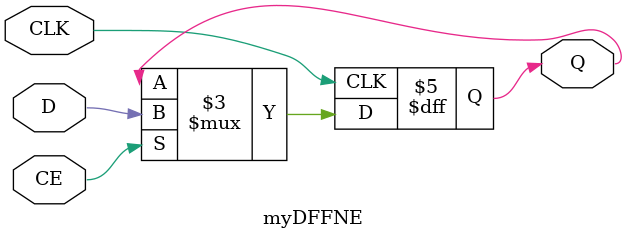
<source format=v>
module myDFFNE (output reg Q, input D, CLK, CE);
	parameter [0:0] INIT = 1'b0;
	initial Q = INIT;
	always @(negedge CLK) begin
		if (CE)
			Q <= D;
	end
endmodule
</source>
